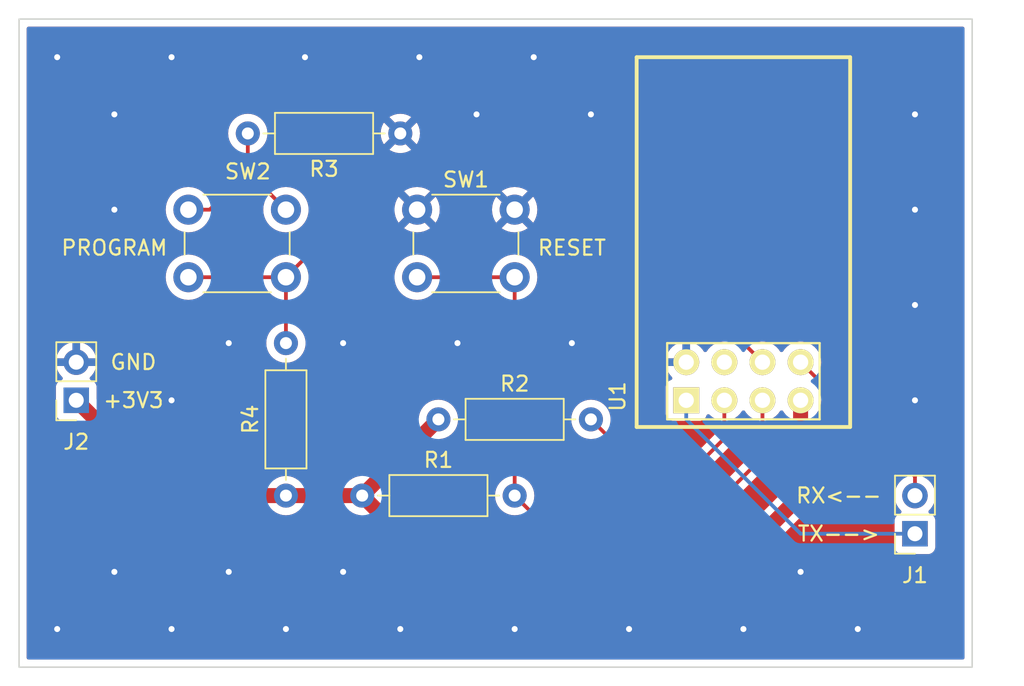
<source format=kicad_pcb>
(kicad_pcb (version 20211014) (generator pcbnew)
  (layers (0 "F.Cu" signal) (31 "B.Cu" signal) (34 "B.Paste" user) (35 "F.Paste" user) (36 "B.SilkS" user "B.Silkscreen") (37 "F.SilkS" user "F.Silkscreen") (38 "B.Mask" user) (39 "F.Mask" user) (44 "Edge.Cuts" user))
  (net 0 "")
  (net 1 "/esp8266_tx")
  (net 2 "/esp8266_rx")
  (net 3 "+3V3")
  (net 4 "GND")
  (net 5 "Net-(R3-Pad2)")
  (net 7 "/rst")
  (net 8 "/EN")
  (net 9 "/GPIO0")
  (footprint "Button_Switch_THT:SW_PUSH_6mm_H5mm" (layer "F.Cu") (at 161.29 57.84 180)
    (fp_text reference "SW2" (at 2.54 7.04) (layer "F.SilkS"))
    (fp_text value "PROGRAM")
    (fp_line (start 5.5 -1) (end 1 -1) (layer "F.SilkS") (width 0.12))
    (fp_line (start -0.25 1.5) (end -0.25 3) (layer "F.SilkS") (width 0.12))
    (fp_line (start 6.75 3) (end 6.75 1.5) (layer "F.SilkS") (width 0.12))
    (fp_line (start 1 5.5) (end 5.5 5.5) (layer "F.SilkS") (width 0.12))
    (pad "1" thru_hole circle (at 0 0 270) (size 2 2) (drill 1.1) (layers *.Cu *.Mask) (net 9 "/GPIO0"))
    (pad "1" thru_hole circle (at 6.5 0 270) (size 2 2) (drill 1.1) (layers *.Cu *.Mask) (net 9 "/GPIO0"))
    (pad "2" thru_hole circle (at 0 4.5 270) (size 2 2) (drill 1.1) (layers *.Cu *.Mask) (net 5 "Net-(R3-Pad2)"))
    (pad "2" thru_hole circle (at 6.5 4.5 270) (size 2 2) (drill 1.1) (layers *.Cu *.Mask) (net 5 "Net-(R3-Pad2)"))
  )
  (footprint "Connector_PinSocket_2.54mm:PinSocket_1x02_P2.54mm_Vertical" (layer "F.Cu") (at 203.2 74.93 180)
    (fp_text reference "J1" (at 0 -2.77) (layer "F.SilkS"))
    (fp_text value "STM32_placeholder")
    (fp_line (start -1.33 1.27) (end -1.33 3.87) (layer "F.SilkS") (width 0.12))
    (fp_line (start -1.33 3.87) (end 1.33 3.87) (layer "F.SilkS") (width 0.12))
    (fp_line (start 1.33 1.27) (end 1.33 3.87) (layer "F.SilkS") (width 0.12))
    (fp_line (start -1.33 1.27) (end 1.33 1.27) (layer "F.SilkS") (width 0.12))
    (fp_line (start 1.33 -1.33) (end 1.33 0) (layer "F.SilkS") (width 0.12))
    (fp_line (start 0 -1.33) (end 1.33 -1.33) (layer "F.SilkS") (width 0.12))
    (pad "1" thru_hole rect (at 0 0 180) (size 1.7 1.7) (drill 1) (layers *.Cu *.Mask) (net 1 "/esp8266_tx"))
    (pad "2" thru_hole oval (at 0 2.54 180) (size 1.7 1.7) (drill 1) (layers *.Cu *.Mask) (net 2 "/esp8266_rx"))
  )
  (footprint "Resistor_THT:R_Axial_DIN0207_L6.3mm_D2.5mm_P10.16mm_Horizontal" (layer "F.Cu") (at 166.37 72.39)
    (fp_text reference "R1" (at 5.08 -2.37) (layer "F.SilkS"))
    (fp_text value "10k")
    (fp_line (start 8.35 1.37) (end 8.35 -1.37) (layer "F.SilkS") (width 0.12))
    (fp_line (start 9.12 0) (end 8.35 0) (layer "F.SilkS") (width 0.12))
    (fp_line (start 8.35 -1.37) (end 1.81 -1.37) (layer "F.SilkS") (width 0.12))
    (fp_line (start 1.81 1.37) (end 8.35 1.37) (layer "F.SilkS") (width 0.12))
    (fp_line (start 1.81 -1.37) (end 1.81 1.37) (layer "F.SilkS") (width 0.12))
    (fp_line (start 1.04 0) (end 1.81 0) (layer "F.SilkS") (width 0.12))
    (pad "1" thru_hole circle (at 0 0) (size 1.6 1.6) (drill 0.8) (layers *.Cu *.Mask) (net 3 "+3V3"))
    (pad "2" thru_hole oval (at 10.16 0) (size 1.6 1.6) (drill 0.8) (layers *.Cu *.Mask) (net 7 "/rst"))
  )
  (footprint "Resistor_THT:R_Axial_DIN0207_L6.3mm_D2.5mm_P10.16mm_Horizontal" (layer "F.Cu") (at 168.91 48.26 180)
    (fp_text reference "R3" (at 5.08 -2.37) (layer "F.SilkS"))
    (fp_text value "470")
    (fp_line (start 1.04 0) (end 1.81 0) (layer "F.SilkS") (width 0.12))
    (fp_line (start 1.81 -1.37) (end 1.81 1.37) (layer "F.SilkS") (width 0.12))
    (fp_line (start 1.81 1.37) (end 8.35 1.37) (layer "F.SilkS") (width 0.12))
    (fp_line (start 9.12 0) (end 8.35 0) (layer "F.SilkS") (width 0.12))
    (fp_line (start 8.35 1.37) (end 8.35 -1.37) (layer "F.SilkS") (width 0.12))
    (fp_line (start 8.35 -1.37) (end 1.81 -1.37) (layer "F.SilkS") (width 0.12))
    (pad "1" thru_hole circle (at 0 0 180) (size 1.6 1.6) (drill 0.8) (layers *.Cu *.Mask) (net 4 "GND"))
    (pad "2" thru_hole oval (at 10.16 0 180) (size 1.6 1.6) (drill 0.8) (layers *.Cu *.Mask) (net 5 "Net-(R3-Pad2)"))
  )
  (footprint "ESP8266:ESP-01" (layer "F.Cu") (at 187.96 66.04 90)
    (fp_text reference "U1" (at 0.254 -4.572 90) (layer "F.SilkS"))
    (fp_text value "ESP-01v090")
    (fp_line (start 22.86 10.922) (end -1.778 10.922) (layer "F.SilkS") (width 0.254))
    (fp_line (start -1.27 8.89) (end 3.81 8.89) (layer "F.SilkS") (width 0.1524))
    (fp_line (start -1.778 -3.302) (end 22.86 -3.302) (layer "F.SilkS") (width 0.254))
    (fp_line (start 3.81 -1.27) (end 1.27 -1.27) (layer "F.SilkS") (width 0.1524))
    (fp_line (start 3.81 8.89) (end 3.81 -1.27) (layer "F.SilkS") (width 0.1524))
    (fp_line (start -1.778 10.922) (end -1.778 -3.302) (layer "F.SilkS") (width 0.254))
    (fp_line (start 1.27 -1.27) (end -1.27 -1.27) (layer "F.SilkS") (width 0.1524))
    (fp_line (start 22.86 -3.302) (end 22.86 10.922) (layer "F.SilkS") (width 0.254))
    (fp_line (start -1.27 -1.27) (end -1.27 1.27) (layer "F.SilkS") (width 0.1524))
    (fp_line (start -1.27 1.27) (end -1.27 8.89) (layer "F.SilkS") (width 0.1524))
    (pad "1" thru_hole rect locked (at 0 0 90) (size 1.7272 1.7272) (drill 1.016) (layers *.Cu *.Mask "F.SilkS") (net 1 "/esp8266_tx"))
    (pad "2" thru_hole oval locked (at 2.54 0 90) (size 1.7272 1.7272) (drill 1.016) (layers *.Cu *.Mask "F.SilkS") (net 4 "GND"))
    (pad "3" thru_hole oval locked (at 0 2.54 90) (size 1.7272 1.7272) (drill 1.016) (layers *.Cu *.Mask "F.SilkS") (net 8 "/EN"))
    (pad "4" thru_hole oval locked (at 2.54 2.54 90) (size 1.7272 1.7272) (drill 1.016) (layers *.Cu *.Mask "F.SilkS"))
    (pad "5" thru_hole oval locked (at 0 5.08 90) (size 1.7272 1.7272) (drill 1.016) (layers *.Cu *.Mask "F.SilkS") (net 7 "/rst"))
    (pad "6" thru_hole oval locked (at 2.54 5.08 90) (size 1.7272 1.7272) (drill 1.016) (layers *.Cu *.Mask "F.SilkS") (net 9 "/GPIO0"))
    (pad "7" thru_hole oval locked (at 0 7.62 90) (size 1.7272 1.7272) (drill 1.016) (layers *.Cu *.Mask "F.SilkS") (net 3 "+3V3"))
    (pad "8" thru_hole oval locked (at 2.54 7.62 90) (size 1.7272 1.7272) (drill 1.016) (layers *.Cu *.Mask "F.SilkS") (net 2 "/esp8266_rx"))
  )
  (footprint "Resistor_THT:R_Axial_DIN0207_L6.3mm_D2.5mm_P10.16mm_Horizontal" (layer "F.Cu") (at 161.29 72.39 90)
    (fp_text reference "R4" (at 5.08 -2.37 90) (layer "F.SilkS"))
    (fp_text value "10k")
    (fp_line (start 1.04 0) (end 1.81 0) (layer "F.SilkS") (width 0.12))
    (fp_line (start 8.35 -1.37) (end 1.81 -1.37) (layer "F.SilkS") (width 0.12))
    (fp_line (start 8.35 1.37) (end 8.35 -1.37) (layer "F.SilkS") (width 0.12))
    (fp_line (start 9.12 0) (end 8.35 0) (layer "F.SilkS") (width 0.12))
    (fp_line (start 1.81 -1.37) (end 1.81 1.37) (layer "F.SilkS") (width 0.12))
    (fp_line (start 1.81 1.37) (end 8.35 1.37) (layer "F.SilkS") (width 0.12))
    (pad "1" thru_hole circle (at 0 0 90) (size 1.6 1.6) (drill 0.8) (layers *.Cu *.Mask) (net 3 "+3V3"))
    (pad "2" thru_hole oval (at 10.16 0 90) (size 1.6 1.6) (drill 0.8) (layers *.Cu *.Mask) (net 9 "/GPIO0"))
  )
  (footprint "Connector_PinSocket_2.54mm:PinSocket_1x02_P2.54mm_Vertical" (layer "F.Cu") (at 147.32 66.04 180)
    (fp_text reference "J2" (at 0 -2.77) (layer "F.SilkS"))
    (fp_text value "power_port")
    (fp_line (start 1.33 -1.33) (end 1.33 0) (layer "F.SilkS") (width 0.12))
    (fp_line (start -1.33 3.87) (end 1.33 3.87) (layer "F.SilkS") (width 0.12))
    (fp_line (start -1.33 1.27) (end 1.33 1.27) (layer "F.SilkS") (width 0.12))
    (fp_line (start 0 -1.33) (end 1.33 -1.33) (layer "F.SilkS") (width 0.12))
    (fp_line (start 1.33 1.27) (end 1.33 3.87) (layer "F.SilkS") (width 0.12))
    (fp_line (start -1.33 1.27) (end -1.33 3.87) (layer "F.SilkS") (width 0.12))
    (pad "1" thru_hole rect (at 0 0 180) (size 1.7 1.7) (drill 1) (layers *.Cu *.Mask) (net 3 "+3V3"))
    (pad "2" thru_hole oval (at 0 2.54 180) (size 1.7 1.7) (drill 1) (layers *.Cu *.Mask) (net 4 "GND"))
  )
  (footprint "Button_Switch_THT:SW_PUSH_6mm_H5mm" (layer "F.Cu") (at 170.03 53.34)
    (fp_text reference "SW1" (at 3.25 -2) (layer "F.SilkS"))
    (fp_text value "RESET")
    (fp_line (start 6.75 3) (end 6.75 1.5) (layer "F.SilkS") (width 0.12))
    (fp_line (start 1 5.5) (end 5.5 5.5) (layer "F.SilkS") (width 0.12))
    (fp_line (start 5.5 -1) (end 1 -1) (layer "F.SilkS") (width 0.12))
    (fp_line (start -0.25 1.5) (end -0.25 3) (layer "F.SilkS") (width 0.12))
    (pad "1" thru_hole circle (at 6.5 0 90) (size 2 2) (drill 1.1) (layers *.Cu *.Mask) (net 4 "GND"))
    (pad "1" thru_hole circle (at 0 0 90) (size 2 2) (drill 1.1) (layers *.Cu *.Mask) (net 4 "GND"))
    (pad "2" thru_hole circle (at 6.5 4.5 90) (size 2 2) (drill 1.1) (layers *.Cu *.Mask) (net 7 "/rst"))
    (pad "2" thru_hole circle (at 0 4.5 90) (size 2 2) (drill 1.1) (layers *.Cu *.Mask) (net 7 "/rst"))
  )
  (footprint "Resistor_THT:R_Axial_DIN0207_L6.3mm_D2.5mm_P10.16mm_Horizontal" (layer "F.Cu") (at 171.45 67.31)
    (fp_text reference "R2" (at 5.08 -2.37) (layer "F.SilkS"))
    (fp_text value "10k")
    (fp_line (start 9.12 0) (end 8.35 0) (layer "F.SilkS") (width 0.12))
    (fp_line (start 1.81 -1.37) (end 1.81 1.37) (layer "F.SilkS") (width 0.12))
    (fp_line (start 1.81 1.37) (end 8.35 1.37) (layer "F.SilkS") (width 0.12))
    (fp_line (start 8.35 1.37) (end 8.35 -1.37) (layer "F.SilkS") (width 0.12))
    (fp_line (start 1.04 0) (end 1.81 0) (layer "F.SilkS") (width 0.12))
    (fp_line (start 8.35 -1.37) (end 1.81 -1.37) (layer "F.SilkS") (width 0.12))
    (pad "1" thru_hole circle (at 0 0) (size 1.6 1.6) (drill 0.8) (layers *.Cu *.Mask) (net 3 "+3V3"))
    (pad "2" thru_hole oval (at 10.16 0) (size 1.6 1.6) (drill 0.8) (layers *.Cu *.Mask) (net 8 "/EN"))
  )
  (gr_rect (start 143.51 40.64) (end 207.01 83.82) (layer "Edge.Cuts") (width 0.1) (fill none))
  (gr_text "GND" (at 151.13 63.5) (layer "F.SilkS") (effects (font (size 1 1))))
  (gr_text "TX-->" (at 198.12 74.93) (layer "F.SilkS") (effects (font (size 1 1))))
  (gr_text "RESET" (at 180.34 55.88) (layer "F.SilkS") (effects (font (size 1 1))))
  (gr_text "RX<--" (at 198.12 72.39) (layer "F.SilkS") (effects (font (size 1 1))))
  (gr_text "PROGRAM" (at 149.86 55.88) (layer "F.SilkS") (effects (font (size 1 1))))
  (gr_text "+3V3" (at 151.13 66.04) (layer "F.SilkS") (effects (font (size 1 1))))
  (segment (start 187.96 66.04) (end 187.96 67.31) (width 0.25) (layer "B.Cu") (net 1))
  (segment (start 187.96 67.31) (end 195.58 74.93) (width 0.25) (layer "B.Cu") (net 1))
  (segment (start 195.58 74.93) (end 203.2 74.93) (width 0.25) (layer "B.Cu") (net 1))
  (segment (start 203.2 71.12) (end 203.2 72.39) (width 0.25) (layer "F.Cu") (net 2))
  (segment (start 195.58 63.5) (end 203.2 71.12) (width 0.25) (layer "F.Cu") (net 2))
  (segment (start 153.67 72.39) (end 161.29 72.39) (width 1) (layer "F.Cu") (net 3))
  (segment (start 166.37 72.39) (end 170.18 76.2) (width 1) (layer "F.Cu") (net 3))
  (segment (start 170.18 76.2) (end 191.77 76.2) (width 1) (layer "F.Cu") (net 3))
  (segment (start 147.32 66.04) (end 153.67 72.39) (width 1) (layer "F.Cu") (net 3))
  (segment (start 161.29 72.39) (end 166.37 72.39) (width 1) (layer "F.Cu") (net 3))
  (segment (start 166.37 72.39) (end 171.45 67.31) (width 1) (layer "F.Cu") (net 3))
  (segment (start 191.77 76.2) (end 195.58 72.39) (width 1) (layer "F.Cu") (net 3))
  (segment (start 195.58 72.39) (end 195.58 66.04) (width 1) (layer "F.Cu") (net 3))
  (via (at 149.86 77.47) (size 0.8) (drill 0.4) (layers "F.Cu" "B.Cu") (net 4))
  (via (at 170.18 43.18) (size 0.8) (drill 0.4) (layers "F.Cu" "B.Cu") (net 4))
  (via (at 153.67 66.04) (size 0.8) (drill 0.4) (layers "F.Cu" "B.Cu") (net 4))
  (via (at 153.67 81.28) (size 0.8) (drill 0.4) (layers "F.Cu" "B.Cu") (net 4))
  (via (at 146.05 81.28) (size 0.8) (drill 0.4) (layers "F.Cu" "B.Cu") (net 4))
  (via (at 181.61 46.99) (size 0.8) (drill 0.4) (layers "F.Cu" "B.Cu") (net 4))
  (via (at 176.53 81.28) (size 0.8) (drill 0.4) (layers "F.Cu" "B.Cu") (net 4))
  (via (at 203.2 59.69) (size 0.8) (drill 0.4) (layers "F.Cu" "B.Cu") (net 4))
  (via (at 165.1 62.23) (size 0.8) (drill 0.4) (layers "F.Cu" "B.Cu") (net 4))
  (via (at 153.67 43.18) (size 0.8) (drill 0.4) (layers "F.Cu" "B.Cu") (net 4))
  (via (at 203.2 53.34) (size 0.8) (drill 0.4) (layers "F.Cu" "B.Cu") (net 4))
  (via (at 157.48 77.47) (size 0.8) (drill 0.4) (layers "F.Cu" "B.Cu") (net 4))
  (via (at 195.58 77.47) (size 0.8) (drill 0.4) (layers "F.Cu" "B.Cu") (net 4))
  (via (at 149.86 53.34) (size 0.8) (drill 0.4) (layers "F.Cu" "B.Cu") (net 4))
  (via (at 157.48 62.23) (size 0.8) (drill 0.4) (layers "F.Cu" "B.Cu") (net 4))
  (via (at 161.29 81.28) (size 0.8) (drill 0.4) (layers "F.Cu" "B.Cu") (net 4))
  (via (at 165.1 77.47) (size 0.8) (drill 0.4) (layers "F.Cu" "B.Cu") (net 4))
  (via (at 199.39 81.28) (size 0.8) (drill 0.4) (layers "F.Cu" "B.Cu") (net 4))
  (via (at 203.2 46.99) (size 0.8) (drill 0.4) (layers "F.Cu" "B.Cu") (net 4))
  (via (at 191.77 81.28) (size 0.8) (drill 0.4) (layers "F.Cu" "B.Cu") (net 4))
  (via (at 162.56 43.18) (size 0.8) (drill 0.4) (layers "F.Cu" "B.Cu") (net 4))
  (via (at 173.99 46.99) (size 0.8) (drill 0.4) (layers "F.Cu" "B.Cu") (net 4))
  (via (at 177.8 43.18) (size 0.8) (drill 0.4) (layers "F.Cu" "B.Cu") (net 4))
  (via (at 172.72 62.23) (size 0.8) (drill 0.4) (layers "F.Cu" "B.Cu") (net 4))
  (via (at 184.15 81.28) (size 0.8) (drill 0.4) (layers "F.Cu" "B.Cu") (net 4))
  (via (at 168.91 81.28) (size 0.8) (drill 0.4) (layers "F.Cu" "B.Cu") (net 4))
  (via (at 149.86 46.99) (size 0.8) (drill 0.4) (layers "F.Cu" "B.Cu") (net 4))
  (via (at 203.2 66.04) (size 0.8) (drill 0.4) (layers "F.Cu" "B.Cu") (net 4))
  (via (at 146.05 43.18) (size 0.8) (drill 0.4) (layers "F.Cu" "B.Cu") (net 4))
  (via (at 180.34 62.23) (size 0.8) (drill 0.4) (layers "F.Cu" "B.Cu") (net 4))
  (segment (start 154.79 53.34) (end 156.21 53.34) (width 0.25) (layer "F.Cu") (net 5))
  (segment (start 156.21 53.34) (end 158.75 50.8) (width 0.25) (layer "F.Cu") (net 5))
  (segment (start 161.29 53.34) (end 158.75 50.8) (width 0.25) (layer "F.Cu") (net 5))
  (segment (start 158.75 50.8) (end 158.75 48.26) (width 0.25) (layer "F.Cu") (net 5))
  (segment (start 193.04 69.85) (end 193.04 66.04) (width 0.25) (layer "F.Cu") (net 7))
  (segment (start 176.53 72.39) (end 176.53 57.84) (width 0.25) (layer "F.Cu") (net 7))
  (segment (start 177.8 73.66) (end 189.23 73.66) (width 0.25) (layer "F.Cu") (net 7))
  (segment (start 189.23 73.66) (end 193.04 69.85) (width 0.25) (layer "F.Cu") (net 7))
  (segment (start 170.03 57.84) (end 176.53 57.84) (width 0.25) (layer "F.Cu") (net 7))
  (segment (start 176.53 72.39) (end 177.8 73.66) (width 0.25) (layer "F.Cu") (net 7))
  (segment (start 170.18 57.99) (end 170.03 57.84) (width 0.25) (layer "B.Cu") (net 7))
  (segment (start 189.23 69.85) (end 190.5 68.58) (width 0.25) (layer "F.Cu") (net 8))
  (segment (start 184.15 69.85) (end 189.23 69.85) (width 0.25) (layer "F.Cu") (net 8))
  (segment (start 190.5 68.58) (end 190.5 66.04) (width 0.25) (layer "F.Cu") (net 8))
  (segment (start 184.15 69.85) (end 181.61 67.31) (width 0.25) (layer "F.Cu") (net 8))
  (segment (start 168.33 50.8) (end 161.29 57.84) (width 0.25) (layer "F.Cu") (net 9))
  (segment (start 154.79 57.84) (end 161.29 57.84) (width 0.25) (layer "F.Cu") (net 9))
  (segment (start 161.29 62.23) (end 161.29 57.84) (width 0.25) (layer "F.Cu") (net 9))
  (segment (start 180.34 50.8) (end 168.33 50.8) (width 0.25) (layer "F.Cu") (net 9))
  (segment (start 193.04 63.5) (end 180.34 50.8) (width 0.25) (layer "F.Cu") (net 9))
  (zone (net 4) (net_name "GND") (layer "F.Cu") (connect_pads (clearance 0.508)) (min_thickness 0.254) (fill yes (thermal_gap 0.508) (thermal_bridge_width 0.508))
    (polygon (pts (xy 208.28 85.09) (xy 142.24 85.09) (xy 142.24 39.37) (xy 208.28 39.37)))
  )
  (zone (net 4) (net_name "GND") (layer "B.Cu") (connect_pads (clearance 0.508)) (min_thickness 0.254) (fill yes (thermal_gap 0.508) (thermal_bridge_width 0.508))
    (polygon (pts (xy 208.28 85.09) (xy 142.24 85.09) (xy 142.24 39.37) (xy 208.28 39.37)))
  )
)
</source>
